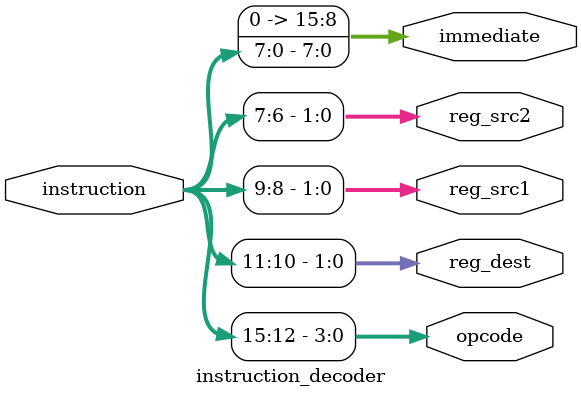
<source format=v>
module instruction_decoder (
    input [15:0] instruction,     // 16-bit instruction input
    output [3:0] opcode,          // Opcode
    output [1:0] reg_dest,        // Destination register index
    output [1:0] reg_src1,        // Source register 1 index
    output [1:0] reg_src2,        // Source register 2 index
    output [15:0] immediate       // Immediate value
);
    assign opcode = instruction[15:12];
    assign reg_dest = instruction[11:10];
    assign reg_src1 = instruction[9:8];
    assign reg_src2 = instruction[7:6];
    assign immediate = {8'd0, instruction[7:0]}; // Zero-extend the immediate value
endmodule

</source>
